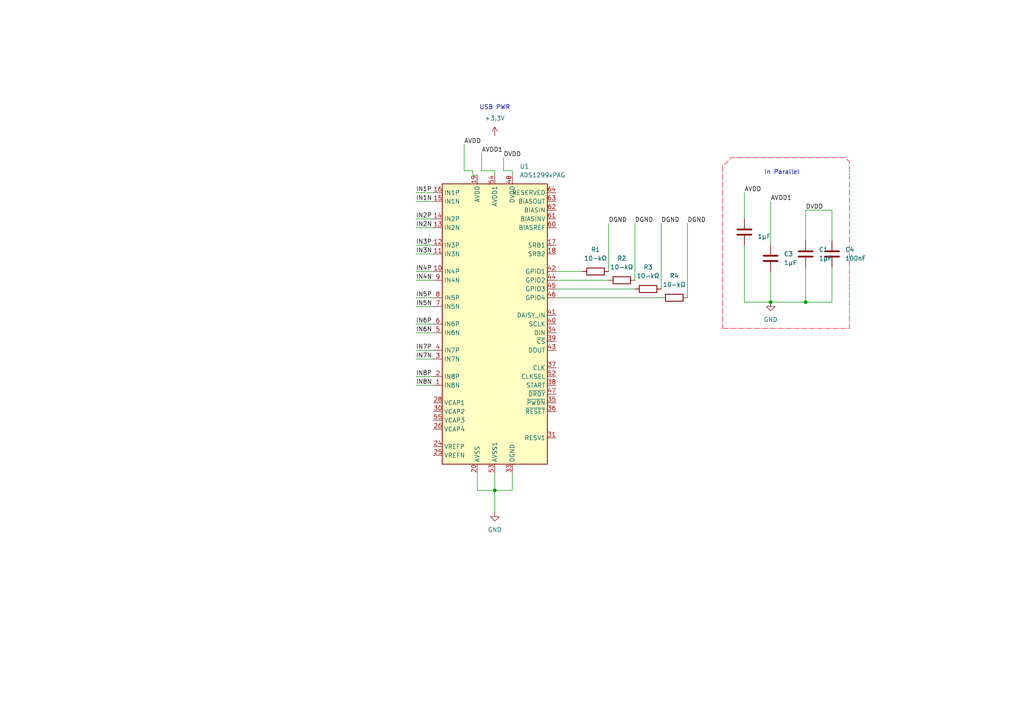
<source format=kicad_sch>
(kicad_sch (version 20250114) (generator "eeschema") (generator_version "9.0")
  (paper "A4")
  (lib_symbols
    (symbol "Analog_ADC:ADS1298xPAG"
      (property "Reference" "U1" (at 7.2233 45.72 0))
      (property "Value" "ADS1298xPAG" (at 7.2233 43.18 0))
      (symbol "ADS1298xPAG_0_1"
        (rectangle (start -15.24 40.64) (end 15.24 -40.64) (stroke (width 0.254)) (fill (type background)))
      )
      (symbol "ADS1298xPAG_1_1"
        (pin input line (at -17.78 38.1 0) (length 2.54) (name "IN1P") (number "16"))
        (pin input line (at -17.78 35.56 0) (length 2.54) (name "IN1N") (number "15"))
        (pin input line (at -17.78 30.48 0) (length 2.54) (name "IN2P") (number "14"))
        (pin input line (at -17.78 27.94 0) (length 2.54) (name "IN2N") (number "13"))
        (pin input line (at -17.78 22.86 0) (length 2.54) (name "IN3P") (number "12"))
        (pin input line (at -17.78 20.32 0) (length 2.54) (name "IN3N") (number "11"))
        (pin input line (at -17.78 15.24 0) (length 2.54) (name "IN4P") (number "10"))
        (pin input line (at -17.78 12.7 0) (length 2.54) (name "IN4N") (number "9"))
        (pin input line (at -17.78 7.62 0) (length 2.54) (name "IN5P") (number "8"))
        (pin input line (at -17.78 5.08 0) (length 2.54) (name "IN5N") (number "7"))
        (pin input line (at -17.78 0 0) (length 2.54) (name "IN6P") (number "6"))
        (pin input line (at -17.78 -2.54 0) (length 2.54) (name "IN6N") (number "5"))
        (pin input line (at -17.78 -7.62 0) (length 2.54) (name "IN7P") (number "4"))
        (pin input line (at -17.78 -10.16 0) (length 2.54) (name "IN7N") (number "3"))
        (pin input line (at -17.78 -15.24 0) (length 2.54) (name "IN8P") (number "2"))
        (pin input line (at -17.78 -17.78 0) (length 2.54) (name "IN8N") (number "1"))
        (pin passive line (at -17.78 -22.86 0) (length 2.54) (name "VCAP1") (number "28"))
        (pin passive line (at -17.78 -25.4 0) (length 2.54) (name "VCAP2") (number "30"))
        (pin passive line (at -17.78 -27.94 0) (length 2.54) (name "VCAP3") (number "55"))
        (pin passive line (at -17.78 -30.48 0) (length 2.54) (name "VCAP4") (number "26"))
        (pin passive line (at -17.78 -35.56 0) (length 2.54) (name "VREFP") (number "24"))
        (pin passive line (at -17.78 -38.1 0) (length 2.54) (name "VREFN") (number "25"))
        (pin power_in line (at -5.08 43.18 270) (length 2.54) (name "AVDD") (number "19"))
        (pin passive line (at -5.08 43.18 270) (length 2.54) (hide yes) (name "AVDD") (number "21"))
        (pin passive line (at -5.08 43.18 270) (length 2.54) (hide yes) (name "AVDD") (number "22"))
        (pin passive line (at -5.08 43.18 270) (length 2.54) (hide yes) (name "AVDD") (number "56"))
        (pin passive line (at -5.08 43.18 270) (length 2.54) (hide yes) (name "AVDD") (number "59"))
        (pin power_in line (at -5.08 -43.18 90) (length 2.54) (name "AVSS") (number "20"))
        (pin passive line (at -5.08 -43.18 90) (length 2.54) (hide yes) (name "AVSS") (number "23"))
        (pin passive line (at -5.08 -43.18 90) (length 2.54) (hide yes) (name "AVSS") (number "32"))
        (pin passive line (at -5.08 -43.18 90) (length 2.54) (hide yes) (name "AVSS") (number "57"))
        (pin passive line (at -5.08 -43.18 90) (length 2.54) (hide yes) (name "AVSS") (number "58"))
        (pin power_in line (at 0 43.18 270) (length 2.54) (name "AVDD1") (number "54"))
        (pin power_in line (at 0 -43.18 90) (length 2.54) (name "AVSS1") (number "53"))
        (pin power_in line (at 5.08 43.18 270) (length 2.54) (name "DVDD") (number "48"))
        (pin passive line (at 5.08 43.18 270) (length 2.54) (hide yes) (name "DVDD") (number "50"))
        (pin power_in line (at 5.08 -43.18 90) (length 2.54) (name "DGND") (number "33"))
        (pin passive line (at 5.08 -43.18 90) (length 2.54) (hide yes) (name "DGND") (number "49"))
        (pin passive line (at 5.08 -43.18 90) (length 2.54) (hide yes) (name "DGND") (number "51"))
        (pin no_connect line (at 15.24 -35.56 180) (length 2.54) (hide yes) (name "NC") (number "27"))
        (pin no_connect line (at 15.24 -38.1 180) (length 2.54) (hide yes) (name "NC") (number "29"))
        (pin output line (at 17.78 38.1 180) (length 2.54) (name "RESERVED") (number "64"))
        (pin output line (at 17.78 35.56 180) (length 2.54) (name "BIASOUT") (number "63"))
        (pin input line (at 17.78 33.02 180) (length 2.54) (name "BIASIN") (number "62"))
        (pin bidirectional line (at 17.78 30.48 180) (length 2.54) (name "BIASINV") (number "61"))
        (pin input line (at 17.78 27.94 180) (length 2.54) (name "BIASREF") (number "60"))
        (pin bidirectional line (at 17.78 22.86 180) (length 2.54) (name "SRB1") (number "17"))
        (pin bidirectional line (at 17.78 20.32 180) (length 2.54) (name "SRB2") (number "18"))
        (pin bidirectional line (at 17.78 15.24 180) (length 2.54) (name "GPIO1") (number "42"))
        (pin bidirectional line (at 17.78 12.7 180) (length 2.54) (name "GPIO2") (number "44"))
        (pin bidirectional line (at 17.78 10.16 180) (length 2.54) (name "GPIO3") (number "45"))
        (pin bidirectional line (at 17.78 7.62 180) (length 2.54) (name "GPIO4") (number "46"))
        (pin input line (at 17.78 2.54 180) (length 2.54) (name "DAISY_IN") (number "41"))
        (pin input line (at 17.78 0 180) (length 2.54) (name "SCLK") (number "40"))
        (pin input line (at 17.78 -2.54 180) (length 2.54) (name "DIN") (number "34"))
        (pin input line (at 17.78 -5.08 180) (length 2.54) (name "~{CS}") (number "39"))
        (pin output line (at 17.78 -7.62 180) (length 2.54) (name "DOUT") (number "43"))
        (pin bidirectional line (at 17.78 -12.7 180) (length 2.54) (name "CLK") (number "37"))
        (pin input line (at 17.78 -15.24 180) (length 2.54) (name "CLKSEL") (number "52"))
        (pin input line (at 17.78 -17.78 180) (length 2.54) (name "START") (number "38"))
        (pin output line (at 17.78 -20.32 180) (length 2.54) (name "~{DRDY}") (number "47"))
        (pin input line (at 17.78 -22.86 180) (length 2.54) (name "~{PWDN}") (number "35"))
        (pin input line (at 17.78 -25.4 180) (length 2.54) (name "~{RESET}") (number "36"))
        (pin input line (at 17.78 -33.02 180) (length 2.54) (name "RESV1") (number "31"))
      )
    )
    (symbol "Device:C" (pin_numbers (hide yes)) (pin_names (offset 0.254))
      (property "Reference" "C" (at 0.635 2.54 0))
      (property "Value" "C" (at 0.635 -2.54 0))
      (symbol "C_0_1"
        (polyline (pts (xy -2.032 0.762) (xy 2.032 0.762)) (stroke (width 0.508)))
        (polyline (pts (xy -2.032 -0.762) (xy 2.032 -0.762)) (stroke (width 0.508)))
      )
      (symbol "C_1_1"
        (pin passive line (at 0 3.81 270) (length 2.794) (name "~") (number "1"))
        (pin passive line (at 0 -3.81 90) (length 2.794) (name "~") (number "2"))
      )
    )
    (symbol "Device:R" (pin_numbers (hide yes)) (pin_names (offset 0))
      (property "Reference" "R" (at 2.032 0 90))
      (property "Value" "R" (at 0 0 90))
      (symbol "R_0_1"
        (rectangle (start -1.016 -2.54) (end 1.016 2.54) (stroke (width 0.254)))
      )
      (symbol "R_1_1"
        (pin passive line (at 0 3.81 270) (length 1.27) (name "~") (number "1"))
        (pin passive line (at 0 -3.81 90) (length 1.27) (name "~") (number "2"))
      )
    )
    (symbol "power:+3.3V" (power) (pin_numbers (hide yes)) (pin_names (offset 0) (hide yes))
      (property "Value" "+3.3V" (at 0 3.556 0))
      (symbol "+3.3V_0_1"
        (polyline (pts (xy -0.762 1.27) (xy 0 2.54)))
        (polyline (pts (xy 0 2.54) (xy 0.762 1.27)))
        (polyline (pts (xy 0 0) (xy 0 2.54)))
      )
      (symbol "+3.3V_1_1"
        (pin power_in line (at 0 0 90) (length 0) (name "~") (number "1"))
      )
    )
    (symbol "power:GND" (power) (pin_numbers (hide yes)) (pin_names (offset 0) (hide yes))
      (property "Value" "GND" (at 0 -3.81 0))
      (symbol "GND_0_1"
        (polyline (pts (xy 0 0) (xy 0 -1.27) (xy 1.27 -1.27) (xy 0 -2.54) (xy -1.27 -1.27) (xy 0 -1.27)))
      )
      (symbol "GND_1_1"
        (pin power_in line (at 0 0 270) (length 0) (name "~") (number "1"))
      )
    )
  )
  (text "USB PWR\n" (at 143.51 31.242 0) (effects (font (size 1.27 1.27))))
  (text "In Parallel" (at 226.822 50.038 0) (effects (font (size 1.27 1.27))))
  (junction (at 143.51 142.24))
  (junction (at 223.52 87.63))
  (junction (at 233.68 87.63))
  (wire (pts (xy 191.77 83.82) (xy 191.77 64.77)))
  (wire (pts (xy 223.52 58.42) (xy 223.52 71.12)))
  (wire (pts (xy 233.68 87.63) (xy 241.3 87.63)))
  (wire (pts (xy 120.65 66.04) (xy 125.73 66.04)))
  (wire (pts (xy 138.43 137.16) (xy 138.43 142.24)))
  (wire (pts (xy 139.7 49.53) (xy 143.51 49.53)))
  (wire (pts (xy 120.65 88.9) (xy 125.73 88.9)))
  (wire (pts (xy 148.59 137.16) (xy 148.59 142.24)))
  (wire (pts (xy 120.65 109.22) (xy 125.73 109.22)))
  (wire (pts (xy 161.29 86.36) (xy 191.77 86.36)))
  (wire (pts (xy 215.9 55.88) (xy 215.9 63.5)))
  (wire (pts (xy 143.51 142.24) (xy 148.59 142.24)))
  (wire (pts (xy 120.65 73.66) (xy 125.73 73.66)))
  (wire (pts (xy 143.51 137.16) (xy 143.51 142.24)))
  (wire (pts (xy 120.65 111.76) (xy 125.73 111.76)))
  (wire (pts (xy 120.65 101.6) (xy 125.73 101.6)))
  (wire (pts (xy 199.39 86.36) (xy 199.39 64.77)))
  (wire (pts (xy 233.68 60.96) (xy 233.68 69.85)))
  (wire (pts (xy 120.65 71.12) (xy 125.73 71.12)))
  (wire (pts (xy 120.65 55.88) (xy 125.73 55.88)))
  (wire (pts (xy 241.3 77.47) (xy 241.3 87.63)))
  (wire (pts (xy 120.65 104.14) (xy 125.73 104.14)))
  (wire (pts (xy 134.62 49.53) (xy 137.16 49.53)))
  (wire (pts (xy 161.29 81.28) (xy 176.53 81.28)))
  (wire (pts (xy 143.51 142.24) (xy 143.51 148.59)))
  (wire (pts (xy 134.62 41.91) (xy 134.62 49.53)))
  (wire (pts (xy 176.53 78.74) (xy 176.53 64.77)))
  (wire (pts (xy 120.65 93.98) (xy 125.73 93.98)))
  (wire (pts (xy 137.16 50.8) (xy 138.43 50.8)))
  (wire (pts (xy 184.15 81.28) (xy 184.15 64.77)))
  (wire (pts (xy 233.68 87.63) (xy 223.52 87.63)))
  (wire (pts (xy 161.29 83.82) (xy 184.15 83.82)))
  (wire (pts (xy 146.05 45.72) (xy 146.05 49.53)))
  (wire (pts (xy 233.68 77.47) (xy 233.68 87.63)))
  (wire (pts (xy 146.05 49.53) (xy 148.59 49.53)))
  (wire (pts (xy 161.29 78.74) (xy 168.91 78.74)))
  (wire (pts (xy 120.65 58.42) (xy 125.73 58.42)))
  (wire (pts (xy 143.51 49.53) (xy 143.51 50.8)))
  (wire (pts (xy 120.65 86.36) (xy 125.73 86.36)))
  (wire (pts (xy 120.65 78.74) (xy 125.73 78.74)))
  (wire (pts (xy 120.65 81.28) (xy 125.73 81.28)))
  (wire (pts (xy 120.65 63.5) (xy 125.73 63.5)))
  (wire (pts (xy 148.59 49.53) (xy 148.59 50.8)))
  (wire (pts (xy 120.65 96.52) (xy 125.73 96.52)))
  (wire (pts (xy 137.16 49.53) (xy 137.16 50.8)))
  (wire (pts (xy 223.52 78.74) (xy 223.52 87.63)))
  (wire (pts (xy 138.43 142.24) (xy 143.51 142.24)))
  (wire (pts (xy 233.68 60.96) (xy 241.3 60.96)))
  (wire (pts (xy 139.7 44.45) (xy 139.7 49.53)))
  (wire (pts (xy 215.9 71.12) (xy 215.9 87.63)))
  (wire (pts (xy 241.3 69.85) (xy 241.3 60.96)))
  (wire (pts (xy 215.9 87.63) (xy 223.52 87.63)))
  (label "IN2P" (at 120.65 63.5 0))
  (label "DGND" (at 184.15 64.77 0))
  (label "IN8P" (at 120.65 109.22 0))
  (label "IN6P" (at 120.65 93.98 0))
  (label "DGND" (at 176.53 64.77 0))
  (label "AVDD" (at 134.62 41.91 0))
  (label "DGND" (at 199.39 64.77 0))
  (label "IN1N" (at 120.65 58.42 0))
  (label "DVDD" (at 146.05 45.72 0))
  (label "IN5P" (at 120.65 86.36 0))
  (label "IN2N" (at 120.65 66.04 0))
  (label "IN1P" (at 120.65 55.88 0))
  (label "AVDD1" (at 223.52 58.42 0))
  (label "IN7P" (at 120.65 101.6 0))
  (label "DVDD" (at 233.68 60.96 0))
  (label "IN3N" (at 120.65 73.66 0))
  (label "IN5N" (at 120.65 88.9 0))
  (label "IN3P" (at 120.65 71.12 0))
  (label "IN4N" (at 120.65 81.28 0))
  (label "IN4P" (at 120.65 78.74 0))
  (label "IN7N" (at 120.65 104.14 0))
  (label "IN8N" (at 120.65 111.76 0))
  (label "DGND" (at 191.77 64.77 0))
  (label "IN6N" (at 120.65 96.52 0))
  (label "AVDD" (at 215.9 55.88 0))
  (label "AVDD1" (at 139.7 44.45 0))
  (rule_area (polyline (pts (xy 209.55 95.25) (xy 246.38 95.25) (xy 246.38 46.99) (xy 245.11 45.72) (xy 212.09 45.72) (xy 209.55 48.26)) (stroke (width 0) (type dash))))
  (symbol (lib_id "power:GND") (at 223.52 87.63 0) (unit 1)
    (property "Reference" "#PWR03" (effects (hide yes)))
    (property "Value" "GND" (at 223.52 92.71 0))
    (property "Description" "Power symbol creates a global label with name \"GND\" , ground" (effects (hide yes)))
  )
  (symbol (lib_id "Device:C") (at 223.52 74.93 0) (unit 1)
    (property "Reference" "C3" (at 227.33 73.6599 0) (effects (justify left)))
    (property "Value" "1μF" (at 227.33 76.1999 0) (effects (justify left)))
    (property "Description" "Unpolarized capacitor" (effects (hide yes)))
  )
  (symbol (lib_id "Device:C") (at 241.3 73.66 0) (unit 1)
    (property "Reference" "C4" (at 245.11 72.3899 0) (effects (justify left)))
    (property "Value" "100nF" (at 245.11 74.9299 0) (effects (justify left)))
    (property "Description" "Unpolarized capacitor" (effects (hide yes)))
  )
  (symbol (lib_id "Device:R") (at 180.34 81.28 90) (unit 1)
    (property "Reference" "R2" (at 180.34 74.93 90))
    (property "Value" "10-kΩ" (at 180.34 77.47 90))
    (property "Description" "Resistor" (effects (hide yes)))
  )
  (symbol (lib_id "Device:R") (at 187.96 83.82 90) (unit 1)
    (property "Reference" "R3" (at 187.96 77.47 90))
    (property "Value" "10-kΩ" (at 187.96 80.01 90))
    (property "Description" "Resistor" (effects (hide yes)))
  )
  (symbol (lib_id "Device:R") (at 172.72 78.74 90) (unit 1)
    (property "Reference" "R1" (at 172.72 72.39 90))
    (property "Value" "10-kΩ" (at 172.72 74.93 90))
    (property "Description" "Resistor" (effects (hide yes)))
  )
  (symbol (lib_id "Device:C") (at 233.68 73.66 0) (unit 1)
    (property "Reference" "C1" (at 237.49 72.3899 0) (effects (justify left)))
    (property "Value" "1μF" (at 237.49 74.9299 0) (effects (justify left)))
    (property "Description" "Unpolarized capacitor" (effects (hide yes)))
  )
  (symbol (lib_id "Analog_ADC:ADS1298xPAG") (at 143.51 93.98 0) (unit 1)
    (property "Reference" "U1" (at 150.7333 48.26 0) (effects (justify left)))
    (property "Value" "ADS1299xPAG" (at 150.7333 50.8 0) (effects (justify left)))
    (property "Footprint" "Package_QFP:TQFP-64_10x10mm_P0.5mm" (effects (hide yes)))
    (property "Datasheet" "http://www.ti.com/lit/ds/symlink/ads1298.pdf" (effects (hide yes)))
    (property "Description" "ADS1298 Low-Power, 8-Channel, 24-Bit Analog Front-End for Biopotential Measurements, TQFP-64" (effects (hide yes)))
  )
  (symbol (lib_id "power:+3.3V") (at 143.51 39.37 0) (unit 1)
    (property "Reference" "#PWR02" (effects (hide yes)))
    (property "Value" "+3.3V" (at 143.51 34.29 0))
    (property "Description" "Power symbol creates a global label with name \"+3.3V\"" (effects (hide yes)))
  )
  (symbol (lib_id "Device:R") (at 195.58 86.36 90) (unit 1)
    (property "Reference" "R4" (at 195.58 80.01 90))
    (property "Value" "10-kΩ" (at 195.58 82.55 90))
    (property "Description" "Resistor" (effects (hide yes)))
  )
  (symbol (lib_id "power:GND") (at 143.51 148.59 0) (unit 1)
    (property "Reference" "#PWR01" (effects (hide yes)))
    (property "Value" "GND" (at 143.51 153.67 0))
    (property "Description" "Power symbol creates a global label with name \"GND\" , ground" (effects (hide yes)))
  )
  (symbol (lib_id "Device:C") (at 215.9 67.31 0) (unit 1)
    (property "Reference" "C2" (effects (hide yes)))
    (property "Value" "1μF" (at 219.71 68.5799 0) (effects (justify left)))
    (property "Description" "Unpolarized capacitor" (effects (hide yes)))
  )
)
</source>
